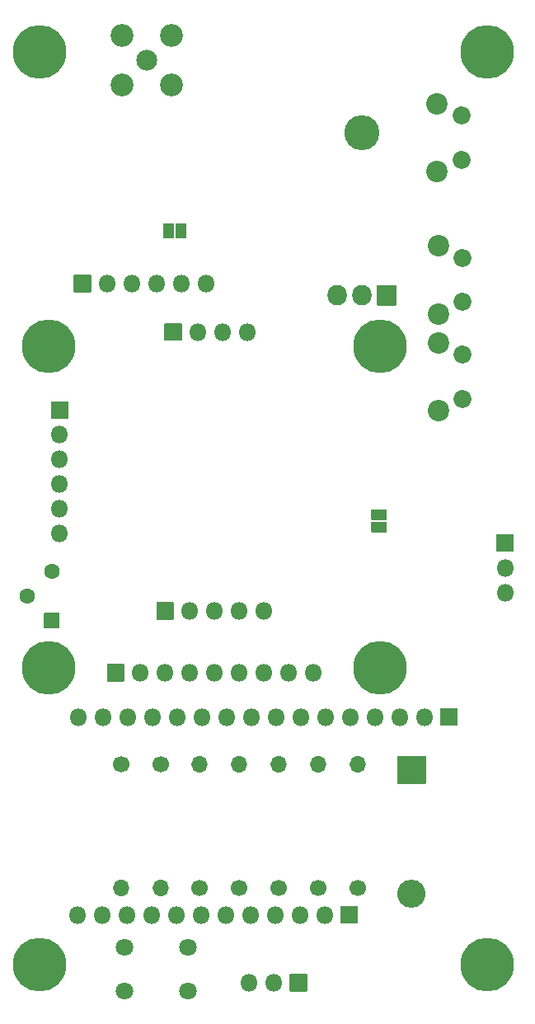
<source format=gbr>
%TF.GenerationSoftware,KiCad,Pcbnew,5.1.12-84ad8e8a86~92~ubuntu18.04.1*%
%TF.CreationDate,2022-01-05T22:45:31-05:00*%
%TF.ProjectId,remote,72656d6f-7465-42e6-9b69-6361645f7063,rev?*%
%TF.SameCoordinates,Original*%
%TF.FileFunction,Soldermask,Bot*%
%TF.FilePolarity,Negative*%
%FSLAX46Y46*%
G04 Gerber Fmt 4.6, Leading zero omitted, Abs format (unit mm)*
G04 Created by KiCad (PCBNEW 5.1.12-84ad8e8a86~92~ubuntu18.04.1) date 2022-01-05 22:45:31*
%MOMM*%
%LPD*%
G01*
G04 APERTURE LIST*
%ADD10O,1.800000X1.800000*%
%ADD11O,2.005000X2.100000*%
%ADD12O,3.600000X3.600000*%
%ADD13C,2.350000*%
%ADD14C,2.150000*%
%ADD15C,2.200000*%
%ADD16C,1.850000*%
%ADD17O,1.700000X1.700000*%
%ADD18C,1.700000*%
%ADD19C,5.500000*%
%ADD20C,1.800000*%
%ADD21C,1.600000*%
%ADD22O,2.900000X2.900000*%
G04 APERTURE END LIST*
D10*
%TO.C,U2*%
X-24175720Y-46476920D03*
X-21635720Y-46476920D03*
X-19095720Y-46476920D03*
X-16555720Y-46476920D03*
X-14015720Y-46476920D03*
X-11475720Y-46476920D03*
X-8935720Y-46476920D03*
X-6395720Y-46476920D03*
X-3855720Y-46476920D03*
X-1315720Y-46476920D03*
X1224280Y-46476920D03*
X3764280Y-46476920D03*
X6304280Y-46476920D03*
X8844280Y-46476920D03*
X11384280Y-46476920D03*
G36*
G01*
X13074280Y-45576920D02*
X14774280Y-45576920D01*
G75*
G02*
X14824280Y-45626920I0J-50000D01*
G01*
X14824280Y-47326920D01*
G75*
G02*
X14774280Y-47376920I-50000J0D01*
G01*
X13074280Y-47376920D01*
G75*
G02*
X13024280Y-47326920I0J50000D01*
G01*
X13024280Y-45626920D01*
G75*
G02*
X13074280Y-45576920I50000J0D01*
G01*
G37*
X-6475720Y-66796920D03*
X-3935720Y-66796920D03*
X-19175720Y-66796920D03*
X-16635720Y-66796920D03*
X-24255720Y-66796920D03*
X-11555720Y-66796920D03*
X-9015720Y-66796920D03*
X1144280Y-66796920D03*
X-21715720Y-66796920D03*
X-14095720Y-66796920D03*
G36*
G01*
X2834280Y-65896920D02*
X4534280Y-65896920D01*
G75*
G02*
X4584280Y-65946920I0J-50000D01*
G01*
X4584280Y-67646920D01*
G75*
G02*
X4534280Y-67696920I-50000J0D01*
G01*
X2834280Y-67696920D01*
G75*
G02*
X2784280Y-67646920I0J50000D01*
G01*
X2784280Y-65946920D01*
G75*
G02*
X2834280Y-65896920I50000J0D01*
G01*
G37*
X-1395720Y-66796920D03*
%TD*%
D11*
%TO.C,Q1*%
X2450000Y-3150000D03*
X4990000Y-3150000D03*
G36*
G01*
X8532500Y-2150000D02*
X8532500Y-4150000D01*
G75*
G02*
X8482500Y-4200000I-50000J0D01*
G01*
X6577500Y-4200000D01*
G75*
G02*
X6527500Y-4150000I0J50000D01*
G01*
X6527500Y-2150000D01*
G75*
G02*
X6577500Y-2100000I50000J0D01*
G01*
X8482500Y-2100000D01*
G75*
G02*
X8532500Y-2150000I0J-50000D01*
G01*
G37*
D12*
X4990000Y13510000D03*
%TD*%
D10*
%TO.C,J2*%
X-26070000Y-27630000D03*
X-26070000Y-25090000D03*
X-26070000Y-22550000D03*
X-26070000Y-20010000D03*
X-26070000Y-17470000D03*
G36*
G01*
X-26970000Y-15780000D02*
X-26970000Y-14080000D01*
G75*
G02*
X-26920000Y-14030000I50000J0D01*
G01*
X-25220000Y-14030000D01*
G75*
G02*
X-25170000Y-14080000I0J-50000D01*
G01*
X-25170000Y-15780000D01*
G75*
G02*
X-25220000Y-15830000I-50000J0D01*
G01*
X-26920000Y-15830000D01*
G75*
G02*
X-26970000Y-15780000I0J50000D01*
G01*
G37*
%TD*%
%TO.C,JP2*%
G36*
G01*
X-15450000Y2710000D02*
X-15450000Y4210000D01*
G75*
G02*
X-15400000Y4260000I50000J0D01*
G01*
X-14400000Y4260000D01*
G75*
G02*
X-14350000Y4210000I0J-50000D01*
G01*
X-14350000Y2710000D01*
G75*
G02*
X-14400000Y2660000I-50000J0D01*
G01*
X-15400000Y2660000D01*
G75*
G02*
X-15450000Y2710000I0J50000D01*
G01*
G37*
G36*
G01*
X-14150000Y2710000D02*
X-14150000Y4210000D01*
G75*
G02*
X-14100000Y4260000I50000J0D01*
G01*
X-13100000Y4260000D01*
G75*
G02*
X-13050000Y4210000I0J-50000D01*
G01*
X-13050000Y2710000D01*
G75*
G02*
X-13100000Y2660000I-50000J0D01*
G01*
X-14100000Y2660000D01*
G75*
G02*
X-14150000Y2710000I0J50000D01*
G01*
G37*
%TD*%
D13*
%TO.C,J1*%
X-19690080Y18450560D03*
X-19690080Y23530560D03*
X-14610080Y23530560D03*
X-14610080Y18450560D03*
D14*
X-17150080Y20990560D03*
%TD*%
D15*
%TO.C,SW3*%
X12845380Y-15030500D03*
D16*
X15335380Y-13770500D03*
X15335380Y-9270500D03*
D15*
X12845380Y-8020500D03*
%TD*%
D17*
%TO.C,R4*%
X-7607136Y-51281920D03*
D18*
X-7607136Y-63981920D03*
%TD*%
D19*
%TO.C,H2*%
X17813960Y-71924920D03*
%TD*%
D10*
%TO.C,U5*%
X-5080000Y-35560000D03*
X-7620000Y-35560000D03*
X-10160000Y-35560000D03*
X-12700000Y-35560000D03*
G36*
G01*
X-14390000Y-36460000D02*
X-16090000Y-36460000D01*
G75*
G02*
X-16140000Y-36410000I0J50000D01*
G01*
X-16140000Y-34710000D01*
G75*
G02*
X-16090000Y-34660000I50000J0D01*
G01*
X-14390000Y-34660000D01*
G75*
G02*
X-14340000Y-34710000I0J-50000D01*
G01*
X-14340000Y-36410000D01*
G75*
G02*
X-14390000Y-36460000I-50000J0D01*
G01*
G37*
%TD*%
%TO.C,U4*%
X0Y-41910000D03*
X-2540000Y-41910000D03*
X-5080000Y-41910000D03*
X-7620000Y-41910000D03*
X-10160000Y-41910000D03*
X-12700000Y-41910000D03*
X-15240000Y-41910000D03*
X-17780000Y-41910000D03*
G36*
G01*
X-19470000Y-42810000D02*
X-21170000Y-42810000D01*
G75*
G02*
X-21220000Y-42760000I0J50000D01*
G01*
X-21220000Y-41060000D01*
G75*
G02*
X-21170000Y-41010000I50000J0D01*
G01*
X-19470000Y-41010000D01*
G75*
G02*
X-19420000Y-41060000I0J-50000D01*
G01*
X-19420000Y-42760000D01*
G75*
G02*
X-19470000Y-42810000I-50000J0D01*
G01*
G37*
D19*
X6850000Y-41430000D03*
X-27170000Y-41430000D03*
X6850000Y-8410000D03*
X-27170000Y-8410000D03*
%TD*%
D10*
%TO.C,U3*%
X-11021060Y-1960880D03*
X-13561060Y-1960880D03*
X-16101060Y-1960880D03*
X-18641060Y-1960880D03*
X-21181060Y-1960880D03*
G36*
G01*
X-22871060Y-2860880D02*
X-24571060Y-2860880D01*
G75*
G02*
X-24621060Y-2810880I0J50000D01*
G01*
X-24621060Y-1110880D01*
G75*
G02*
X-24571060Y-1060880I50000J0D01*
G01*
X-22871060Y-1060880D01*
G75*
G02*
X-22821060Y-1110880I0J-50000D01*
G01*
X-22821060Y-2810880D01*
G75*
G02*
X-22871060Y-2860880I-50000J0D01*
G01*
G37*
%TD*%
D20*
%TO.C,SW4*%
X-12920000Y-74580000D03*
X-19420000Y-74580000D03*
X-12920000Y-70080000D03*
X-19420000Y-70080000D03*
%TD*%
D15*
%TO.C,SW2*%
X12845380Y-5073700D03*
D16*
X15335380Y-3813700D03*
X15335380Y686300D03*
D15*
X12845380Y1936300D03*
%TD*%
%TO.C,SW1*%
X12720000Y9520000D03*
D16*
X15210000Y10780000D03*
X15210000Y15280000D03*
D15*
X12720000Y16530000D03*
%TD*%
D17*
%TO.C,R7*%
X4565268Y-51281920D03*
D18*
X4565268Y-63981920D03*
%TD*%
D17*
%TO.C,R3*%
X-11664604Y-51281920D03*
D18*
X-11664604Y-63981920D03*
%TD*%
D17*
%TO.C,R6*%
X507800Y-51281920D03*
D18*
X507800Y-63981920D03*
%TD*%
D17*
%TO.C,R5*%
X-3549668Y-51281920D03*
D18*
X-3549668Y-63981920D03*
%TD*%
D17*
%TO.C,R2*%
X-15722072Y-63981920D03*
D18*
X-15722072Y-51281920D03*
%TD*%
D17*
%TO.C,R1*%
X-19779540Y-63981920D03*
D18*
X-19779540Y-51281920D03*
%TD*%
%TO.C,Q3*%
G36*
G01*
X-26130820Y-37376000D02*
X-27630820Y-37376000D01*
G75*
G02*
X-27680820Y-37326000I0J50000D01*
G01*
X-27680820Y-35826000D01*
G75*
G02*
X-27630820Y-35776000I50000J0D01*
G01*
X-26130820Y-35776000D01*
G75*
G02*
X-26080820Y-35826000I0J-50000D01*
G01*
X-26080820Y-37326000D01*
G75*
G02*
X-26130820Y-37376000I-50000J0D01*
G01*
G37*
D21*
X-26880820Y-31496000D03*
X-29420820Y-34036000D03*
%TD*%
%TO.C,JP1*%
G36*
G01*
X7494999Y-27515001D02*
X5994999Y-27515001D01*
G75*
G02*
X5944999Y-27465001I0J50000D01*
G01*
X5944999Y-26465001D01*
G75*
G02*
X5994999Y-26415001I50000J0D01*
G01*
X7494999Y-26415001D01*
G75*
G02*
X7544999Y-26465001I0J-50000D01*
G01*
X7544999Y-27465001D01*
G75*
G02*
X7494999Y-27515001I-50000J0D01*
G01*
G37*
G36*
G01*
X7494999Y-26215001D02*
X5994999Y-26215001D01*
G75*
G02*
X5944999Y-26165001I0J50000D01*
G01*
X5944999Y-25165001D01*
G75*
G02*
X5994999Y-25115001I50000J0D01*
G01*
X7494999Y-25115001D01*
G75*
G02*
X7544999Y-25165001I0J-50000D01*
G01*
X7544999Y-26165001D01*
G75*
G02*
X7494999Y-26215001I-50000J0D01*
G01*
G37*
%TD*%
%TO.C,J19*%
G36*
G01*
X-2391780Y-72851440D02*
X-691780Y-72851440D01*
G75*
G02*
X-641780Y-72901440I0J-50000D01*
G01*
X-641780Y-74601440D01*
G75*
G02*
X-691780Y-74651440I-50000J0D01*
G01*
X-2391780Y-74651440D01*
G75*
G02*
X-2441780Y-74601440I0J50000D01*
G01*
X-2441780Y-72901440D01*
G75*
G02*
X-2391780Y-72851440I50000J0D01*
G01*
G37*
D10*
X-4081780Y-73751440D03*
X-6621780Y-73751440D03*
%TD*%
%TO.C,J16*%
X-6800000Y-6930000D03*
X-9340000Y-6930000D03*
X-11880000Y-6930000D03*
G36*
G01*
X-13570000Y-7830000D02*
X-15270000Y-7830000D01*
G75*
G02*
X-15320000Y-7780000I0J50000D01*
G01*
X-15320000Y-6080000D01*
G75*
G02*
X-15270000Y-6030000I50000J0D01*
G01*
X-13570000Y-6030000D01*
G75*
G02*
X-13520000Y-6080000I0J-50000D01*
G01*
X-13520000Y-7780000D01*
G75*
G02*
X-13570000Y-7830000I-50000J0D01*
G01*
G37*
%TD*%
%TO.C,J5*%
G36*
G01*
X18772300Y-29432620D02*
X18772300Y-27732620D01*
G75*
G02*
X18822300Y-27682620I50000J0D01*
G01*
X20522300Y-27682620D01*
G75*
G02*
X20572300Y-27732620I0J-50000D01*
G01*
X20572300Y-29432620D01*
G75*
G02*
X20522300Y-29482620I-50000J0D01*
G01*
X18822300Y-29482620D01*
G75*
G02*
X18772300Y-29432620I0J50000D01*
G01*
G37*
X19672300Y-31122620D03*
X19672300Y-33662620D03*
%TD*%
D19*
%TO.C,H6*%
X-28133040Y21833840D03*
%TD*%
%TO.C,H5*%
X17813960Y21833840D03*
%TD*%
%TO.C,H1*%
X-28133040Y-71924920D03*
%TD*%
%TO.C,D1*%
G36*
G01*
X8690000Y-50440000D02*
X11490000Y-50440000D01*
G75*
G02*
X11540000Y-50490000I0J-50000D01*
G01*
X11540000Y-53290000D01*
G75*
G02*
X11490000Y-53340000I-50000J0D01*
G01*
X8690000Y-53340000D01*
G75*
G02*
X8640000Y-53290000I0J50000D01*
G01*
X8640000Y-50490000D01*
G75*
G02*
X8690000Y-50440000I50000J0D01*
G01*
G37*
D22*
X10090000Y-64590000D03*
%TD*%
M02*

</source>
